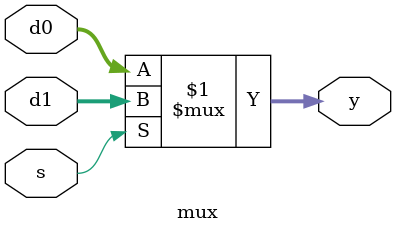
<source format=sv>
module mux #(
    parameter WIDTH = 8
)(  input logic[WIDTH-1:0] d0, d1,
    input logic s,
    output [WIDTH-1:0] y);

    assign y = s ? d1 : d0;

endmodule
</source>
